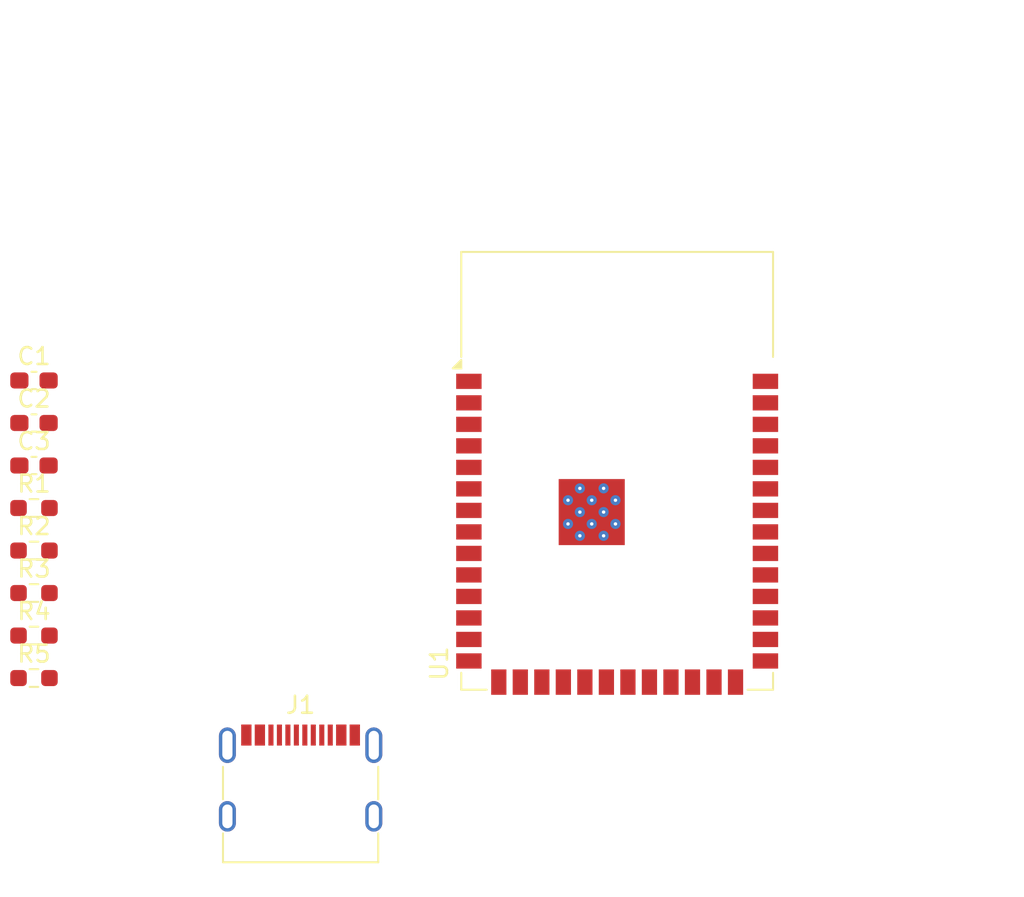
<source format=kicad_pcb>
(kicad_pcb (version 20240108) (generator "pcbnew") (generator_version "8.0")
  (layers (0 "F.Cu" signal) (31 "B.Cu" signal) (34 "B.Paste" user) (35 "F.Paste" user) (36 "B.SilkS" user "B.Silkscreen") (37 "F.SilkS" user "F.Silkscreen") (38 "B.Mask" user) (39 "F.Mask" user) (44 "Edge.Cuts" user))
  (net 0 "")
  (net 1 "Net-(J1-SHIELD)")
  (net 2 "GND")
  (net 3 "+3V3")
  (net 5 "/USB_D+")
  (net 6 "VBUS")
  (net 7 "/USB_D-")
  (net 8 "Net-(J1-CC2)")
  (net 9 "Net-(J1-CC1)")
  (net 11 "/ESP_D-")
  (net 12 "/ESP_D+")
  (footprint "Capacitor_SMD:C_0603_1608Metric_Pad1.08x0.95mm_HandSolder" (layer "F.Cu") (at 74.1875 72.6)
    (property "Reference" "C2" (at 0 -1.43 0) (layer "F.SilkS"))
    (property "Value" "1u")
    (fp_line (start -0.146267 -0.51) (end 0.146267 -0.51) (stroke (width 0.12)) (layer "F.SilkS"))
    (fp_line (start -0.146267 0.51) (end 0.146267 0.51) (stroke (width 0.12)) (layer "F.SilkS"))
    (pad "1" smd roundrect (at -0.8625 0) (size 1.075 0.95) (layers "F.Cu" "F.Paste" "F.Mask") (net 3 "+3V3"))
    (pad "2" smd roundrect (at 0.8625 0) (size 1.075 0.95) (layers "F.Cu" "F.Paste" "F.Mask") (net 2 "GND"))
  )
  (footprint "Capacitor_SMD:C_0603_1608Metric_Pad1.08x0.95mm_HandSolder" (layer "F.Cu") (at 74.1875 75.11)
    (property "Reference" "C3" (at 0 -1.43 0) (layer "F.SilkS"))
    (property "Value" "100n")
    (fp_line (start -0.146267 -0.51) (end 0.146267 -0.51) (stroke (width 0.12)) (layer "F.SilkS"))
    (fp_line (start -0.146267 0.51) (end 0.146267 0.51) (stroke (width 0.12)) (layer "F.SilkS"))
    (pad "1" smd roundrect (at -0.8625 0) (size 1.075 0.95) (layers "F.Cu" "F.Paste" "F.Mask") (net 3 "+3V3"))
    (pad "2" smd roundrect (at 0.8625 0) (size 1.075 0.95) (layers "F.Cu" "F.Paste" "F.Mask") (net 2 "GND"))
  )
  (footprint "Connector_USB:USB_C_Receptacle_G-Switch_GT-USB-7010ASV" (layer "F.Cu") (at 89.92 94.75)
    (property "Reference" "J1" (at 0 -5.5 0) (layer "F.SilkS"))
    (property "Value" "USB_C_Receptacle_USB2.0_16P")
    (fp_line (start -4.58 -1.85) (end -4.58 0.07) (stroke (width 0.12)) (layer "F.SilkS"))
    (fp_line (start -4.58 3.785) (end -4.58 2.08) (stroke (width 0.12)) (layer "F.SilkS"))
    (fp_line (start 4.58 0.07) (end 4.58 -1.85) (stroke (width 0.12)) (layer "F.SilkS"))
    (fp_line (start 4.58 2.08) (end 4.58 3.785) (stroke (width 0.12)) (layer "F.SilkS"))
    (fp_line (start 4.58 3.785) (end -4.58 3.785) (stroke (width 0.12)) (layer "F.SilkS"))
    (pad "" np_thru_hole circle (at -2.89 -2.605) (size 0.65 0.65) (drill 0.65) (layers "*.Cu" "*.Mask"))
    (pad "" np_thru_hole circle (at 2.89 -2.605) (size 0.65 0.65) (drill 0.65) (layers "*.Cu" "*.Mask"))
    (pad "A1" smd rect (at -3.2 -3.725) (size 0.6 1.24) (layers "F.Cu" "F.Paste" "F.Mask") (net 2 "GND"))
    (pad "A4" smd rect (at -2.4 -3.725) (size 0.6 1.24) (layers "F.Cu" "F.Paste" "F.Mask") (net 6 "VBUS"))
    (pad "A5" smd rect (at -1.25 -3.725) (size 0.3 1.24) (layers "F.Cu" "F.Paste" "F.Mask") (net 9 "Net-(J1-CC1)"))
    (pad "A6" smd rect (at -0.25 -3.725) (size 0.3 1.24) (layers "F.Cu" "F.Paste" "F.Mask") (net 5 "/USB_D+"))
    (pad "A7" smd rect (at 0.25 -3.725) (size 0.3 1.24) (layers "F.Cu" "F.Paste" "F.Mask") (net 7 "/USB_D-"))
    (pad "A8" smd rect (at 1.25 -3.725) (size 0.3 1.24) (layers "F.Cu" "F.Paste" "F.Mask"))
    (pad "A9" smd rect (at 2.4 -3.725) (size 0.6 1.24) (layers "F.Cu" "F.Paste" "F.Mask") (net 6 "VBUS"))
    (pad "A12" smd rect (at 3.2 -3.725) (size 0.6 1.24) (layers "F.Cu" "F.Paste" "F.Mask") (net 2 "GND"))
    (pad "B1" smd rect (at 3.2 -3.725) (size 0.6 1.24) (layers "F.Cu" "F.Paste" "F.Mask") (net 2 "GND"))
    (pad "B4" smd rect (at 2.4 -3.725) (size 0.6 1.24) (layers "F.Cu" "F.Paste" "F.Mask") (net 6 "VBUS"))
    (pad "B5" smd rect (at 1.75 -3.725) (size 0.3 1.24) (layers "F.Cu" "F.Paste" "F.Mask") (net 8 "Net-(J1-CC2)"))
    (pad "B6" smd rect (at 0.75 -3.725) (size 0.3 1.24) (layers "F.Cu" "F.Paste" "F.Mask") (net 5 "/USB_D+"))
    (pad "B7" smd rect (at -0.75 -3.725) (size 0.3 1.24) (layers "F.Cu" "F.Paste" "F.Mask") (net 7 "/USB_D-"))
    (pad "B8" smd rect (at -1.75 -3.725) (size 0.3 1.24) (layers "F.Cu" "F.Paste" "F.Mask"))
    (pad "B9" smd rect (at -2.4 -3.725) (size 0.6 1.24) (layers "F.Cu" "F.Paste" "F.Mask") (net 6 "VBUS"))
    (pad "B12" smd rect (at -3.2 -3.725) (size 0.6 1.24) (layers "F.Cu" "F.Paste" "F.Mask") (net 2 "GND"))
    (pad "S1" thru_hole oval (at -4.32 -3.125) (size 1 2.1) (drill oval 0.6 1.7) (layers "*.Cu" "*.Mask") (net 1 "Net-(J1-SHIELD)"))
    (pad "S1" thru_hole oval (at -4.32 1.075) (size 1 1.8) (drill oval 0.6 1.4) (layers "*.Cu" "*.Mask") (net 1 "Net-(J1-SHIELD)"))
    (pad "S1" thru_hole oval (at 4.32 -3.125) (size 1 2.1) (drill oval 0.6 1.7) (layers "*.Cu" "*.Mask") (net 1 "Net-(J1-SHIELD)"))
    (pad "S1" thru_hole oval (at 4.32 1.075) (size 1 1.8) (drill oval 0.6 1.4) (layers "*.Cu" "*.Mask") (net 1 "Net-(J1-SHIELD)"))
  )
  (footprint "Resistor_SMD:R_0603_1608Metric_Pad0.98x0.95mm_HandSolder" (layer "F.Cu") (at 74.1875 87.66)
    (property "Reference" "R5" (at 0 -1.43 0) (layer "F.SilkS"))
    (property "Value" "10R")
    (fp_line (start -0.254724 -0.5225) (end 0.254724 -0.5225) (stroke (width 0.12)) (layer "F.SilkS"))
    (fp_line (start -0.254724 0.5225) (end 0.254724 0.5225) (stroke (width 0.12)) (layer "F.SilkS"))
    (pad "1" smd roundrect (at -0.9125 0) (size 0.975 0.95) (layers "F.Cu" "F.Paste" "F.Mask") (net 12 "/ESP_D+"))
    (pad "2" smd roundrect (at 0.9125 0) (size 0.975 0.95) (layers "F.Cu" "F.Paste" "F.Mask") (net 5 "/USB_D+"))
  )
  (footprint "Resistor_SMD:R_0603_1608Metric_Pad0.98x0.95mm_HandSolder" (layer "F.Cu") (at 74.1875 85.15)
    (property "Reference" "R4" (at 0 -1.43 0) (layer "F.SilkS"))
    (property "Value" "10R")
    (fp_line (start -0.254724 -0.5225) (end 0.254724 -0.5225) (stroke (width 0.12)) (layer "F.SilkS"))
    (fp_line (start -0.254724 0.5225) (end 0.254724 0.5225) (stroke (width 0.12)) (layer "F.SilkS"))
    (pad "1" smd roundrect (at -0.9125 0) (size 0.975 0.95) (layers "F.Cu" "F.Paste" "F.Mask") (net 11 "/ESP_D-"))
    (pad "2" smd roundrect (at 0.9125 0) (size 0.975 0.95) (layers "F.Cu" "F.Paste" "F.Mask") (net 7 "/USB_D-"))
  )
  (footprint "RF_Module:ESP32-S3-WROOM-1" (layer "F.Cu") (at 108.6 75.4)
    (property "Reference" "U1" (at -10.5 11.4 90) (layer "F.SilkS"))
    (property "Value" "ESP32-S3-WROOM-1")
    (fp_line (start -9.2 -12.9) (end -9.2 -6.7) (stroke (width 0.12)) (layer "F.SilkS"))
    (fp_line (start -9.2 -12.9) (end 9.2 -12.9) (stroke (width 0.12)) (layer "F.SilkS"))
    (fp_line (start -9.2 11.95) (end -9.2 12.95) (stroke (width 0.12)) (layer "F.SilkS"))
    (fp_line (start -9.2 12.95) (end -7.7 12.95) (stroke (width 0.12)) (layer "F.SilkS"))
    (fp_line (start 9.2 -12.9) (end 9.2 -6.7) (stroke (width 0.12)) (layer "F.SilkS"))
    (fp_line (start 9.2 12.95) (end 7.7 12.95) (stroke (width 0.12)) (layer "F.SilkS"))
    (fp_line (start 9.2 12.95) (end 9.2 11.95) (stroke (width 0.12)) (layer "F.SilkS"))
    (fp_poly (pts (xy -9.2 -6.025) (xy -9.7 -6.025) (xy -9.2 -6.525) (xy -9.2 -6.025)) (stroke (width 0.12)) (fill solid) (layer "F.SilkS"))
    (pad "1" smd rect (at -8.75 -5.26) (size 1.5 0.9) (layers "F.Cu" "F.Paste" "F.Mask") (net 2 "GND"))
    (pad "2" smd rect (at -8.75 -3.99) (size 1.5 0.9) (layers "F.Cu" "F.Paste" "F.Mask") (net 3 "+3V3"))
    (pad "3" smd rect (at -8.75 -2.72) (size 1.5 0.9) (layers "F.Cu" "F.Paste" "F.Mask"))
    (pad "4" smd rect (at -8.75 -1.45) (size 1.5 0.9) (layers "F.Cu" "F.Paste" "F.Mask"))
    (pad "5" smd rect (at -8.75 -0.18) (size 1.5 0.9) (layers "F.Cu" "F.Paste" "F.Mask"))
    (pad "6" smd rect (at -8.75 1.09) (size 1.5 0.9) (layers "F.Cu" "F.Paste" "F.Mask"))
    (pad "7" smd rect (at -8.75 2.36) (size 1.5 0.9) (layers "F.Cu" "F.Paste" "F.Mask"))
    (pad "8" smd rect (at -8.75 3.63) (size 1.5 0.9) (layers "F.Cu" "F.Paste" "F.Mask"))
    (pad "9" smd rect (at -8.75 4.9) (size 1.5 0.9) (layers "F.Cu" "F.Paste" "F.Mask"))
    (pad "10" smd rect (at -8.75 6.17) (size 1.5 0.9) (layers "F.Cu" "F.Paste" "F.Mask"))
    (pad "11" smd rect (at -8.75 7.44) (size 1.5 0.9) (layers "F.Cu" "F.Paste" "F.Mask"))
    (pad "12" smd rect (at -8.75 8.71) (size 1.5 0.9) (layers "F.Cu" "F.Paste" "F.Mask"))
    (pad "13" smd rect (at -8.75 9.98) (size 1.5 0.9) (layers "F.Cu" "F.Paste" "F.Mask") (net 11 "/ESP_D-"))
    (pad "14" smd rect (at -8.75 11.25 180) (size 1.5 0.9) (layers "F.Cu" "F.Paste" "F.Mask") (net 12 "/ESP_D+"))
    (pad "15" smd rect (at -6.985 12.5 270) (size 1.5 0.9) (layers "F.Cu" "F.Paste" "F.Mask"))
    (pad "16" smd rect (at -5.715 12.5 270) (size 1.5 0.9) (layers "F.Cu" "F.Paste" "F.Mask"))
    (pad "17" smd rect (at -4.445 12.5 270) (size 1.5 0.9) (layers "F.Cu" "F.Paste" "F.Mask"))
    (pad "18" smd rect (at -3.175 12.5 270) (size 1.5 0.9) (layers "F.Cu" "F.Paste" "F.Mask"))
    (pad "19" smd rect (at -1.905 12.5 270) (size 1.5 0.9) (layers "F.Cu" "F.Paste" "F.Mask"))
    (pad "20" smd rect (at -0.635 12.5 270) (size 1.5 0.9) (layers "F.Cu" "F.Paste" "F.Mask"))
    (pad "21" smd rect (at 0.635 12.5 270) (size 1.5 0.9) (layers "F.Cu" "F.Paste" "F.Mask"))
    (pad "22" smd rect (at 1.905 12.5 270) (size 1.5 0.9) (layers "F.Cu" "F.Paste" "F.Mask"))
    (pad "23" smd rect (at 3.175 12.5 270) (size 1.5 0.9) (layers "F.Cu" "F.Paste" "F.Mask"))
    (pad "24" smd rect (at 4.445 12.5 270) (size 1.5 0.9) (layers "F.Cu" "F.Paste" "F.Mask"))
    (pad "25" smd rect (at 5.715 12.5 270) (size 1.5 0.9) (layers "F.Cu" "F.Paste" "F.Mask"))
    (pad "26" smd rect (at 6.985 12.5 270) (size 1.5 0.9) (layers "F.Cu" "F.Paste" "F.Mask"))
    (pad "27" smd rect (at 8.75 11.25) (size 1.5 0.9) (layers "F.Cu" "F.Paste" "F.Mask"))
    (pad "28" smd rect (at 8.75 9.98) (size 1.5 0.9) (layers "F.Cu" "F.Paste" "F.Mask"))
    (pad "29" smd rect (at 8.75 8.71) (size 1.5 0.9) (layers "F.Cu" "F.Paste" "F.Mask"))
    (pad "30" smd rect (at 8.75 7.44) (size 1.5 0.9) (layers "F.Cu" "F.Paste" "F.Mask"))
    (pad "31" smd rect (at 8.75 6.17) (size 1.5 0.9) (layers "F.Cu" "F.Paste" "F.Mask"))
    (pad "32" smd rect (at 8.75 4.9) (size 1.5 0.9) (layers "F.Cu" "F.Paste" "F.Mask"))
    (pad "33" smd rect (at 8.75 3.63) (size 1.5 0.9) (layers "F.Cu" "F.Paste" "F.Mask"))
    (pad "34" smd rect (at 8.75 2.36) (size 1.5 0.9) (layers "F.Cu" "F.Paste" "F.Mask"))
    (pad "35" smd rect (at 8.75 1.09) (size 1.5 0.9) (layers "F.Cu" "F.Paste" "F.Mask"))
    (pad "36" smd rect (at 8.75 -0.18) (size 1.5 0.9) (layers "F.Cu" "F.Paste" "F.Mask"))
    (pad "37" smd rect (at 8.75 -1.45) (size 1.5 0.9) (layers "F.Cu" "F.Paste" "F.Mask"))
    (pad "38" smd rect (at 8.75 -2.72) (size 1.5 0.9) (layers "F.Cu" "F.Paste" "F.Mask"))
    (pad "39" smd rect (at 8.75 -3.99) (size 1.5 0.9) (layers "F.Cu" "F.Paste" "F.Mask"))
    (pad "40" smd rect (at 8.75 -5.26) (size 1.5 0.9) (layers "F.Cu" "F.Paste" "F.Mask") (net 2 "GND"))
    (pad "41" thru_hole circle (at -2.9 1.76 90) (size 0.6 0.6) (drill 0.2) (property pad_prop_heatsink) (layers "*.Cu" "F.Mask") (net 2 "GND"))
    (pad "41" thru_hole circle (at -2.9 3.16) (size 0.6 0.6) (drill 0.2) (property pad_prop_heatsink) (layers "*.Cu" "F.Mask") (net 2 "GND"))
    (pad "41" thru_hole circle (at -2.2 1.06) (size 0.6 0.6) (drill 0.2) (property pad_prop_heatsink) (layers "*.Cu" "F.Mask") (net 2 "GND"))
    (pad "41" thru_hole circle (at -2.2 2.46) (size 0.6 0.6) (drill 0.2) (property pad_prop_heatsink) (layers "*.Cu" "F.Mask") (net 2 "GND"))
    (pad "41" thru_hole circle (at -2.2 3.86) (size 0.6 0.6) (drill 0.2) (property pad_prop_heatsink) (layers "*.Cu" "F.Mask") (net 2 "GND"))
    (pad "41" thru_hole circle (at -1.5 1.76) (size 0.6 0.6) (drill 0.2) (property pad_prop_heatsink) (layers "*.Cu" "F.Mask") (net 2 "GND"))
    (pad "41" smd rect (at -1.5 2.46 270) (size 3.9 3.9) (layers "F.Cu" "F.Mask") (net 2 "GND"))
    (pad "41" thru_hole circle (at -1.5 3.16) (size 0.6 0.6) (drill 0.2) (property pad_prop_heatsink) (layers "*.Cu" "F.Mask") (net 2 "GND"))
    (pad "41" thru_hole circle (at -0.8 1.06) (size 0.6 0.6) (drill 0.2) (property pad_prop_heatsink) (layers "*.Cu" "F.Mask") (net 2 "GND"))
    (pad "41" thru_hole circle (at -0.8 2.46) (size 0.6 0.6) (drill 0.2) (property pad_prop_heatsink) (layers "*.Cu" "F.Mask") (net 2 "GND"))
    (pad "41" thru_hole circle (at -0.8 3.86) (size 0.6 0.6) (drill 0.2) (property pad_prop_heatsink) (layers "*.Cu" "F.Mask") (net 2 "GND"))
    (pad "41" thru_hole circle (at -0.1 1.76) (size 0.6 0.6) (drill 0.2) (property pad_prop_heatsink) (layers "*.Cu" "F.Mask") (net 2 "GND"))
    (pad "41" thru_hole circle (at -0.1 3.16) (size 0.6 0.6) (drill 0.2) (property pad_prop_heatsink) (layers "*.Cu" "F.Mask") (net 2 "GND"))
  )
  (footprint "Resistor_SMD:R_0603_1608Metric_Pad0.98x0.95mm_HandSolder" (layer "F.Cu") (at 74.1875 77.62)
    (property "Reference" "R1" (at 0 -1.43 0) (layer "F.SilkS"))
    (property "Value" "5k1")
    (fp_line (start -0.254724 -0.5225) (end 0.254724 -0.5225) (stroke (width 0.12)) (layer "F.SilkS"))
    (fp_line (start -0.254724 0.5225) (end 0.254724 0.5225) (stroke (width 0.12)) (layer "F.SilkS"))
    (pad "1" smd roundrect (at -0.9125 0) (size 0.975 0.95) (layers "F.Cu" "F.Paste" "F.Mask") (net 2 "GND"))
    (pad "2" smd roundrect (at 0.9125 0) (size 0.975 0.95) (layers "F.Cu" "F.Paste" "F.Mask") (net 9 "Net-(J1-CC1)"))
  )
  (footprint "Resistor_SMD:R_0603_1608Metric_Pad0.98x0.95mm_HandSolder" (layer "F.Cu") (at 74.1875 82.64)
    (property "Reference" "R3" (at 0 -1.43 0) (layer "F.SilkS"))
    (property "Value" "1k5")
    (fp_line (start -0.254724 -0.5225) (end 0.254724 -0.5225) (stroke (width 0.12)) (layer "F.SilkS"))
    (fp_line (start -0.254724 0.5225) (end 0.254724 0.5225) (stroke (width 0.12)) (layer "F.SilkS"))
    (pad "1" smd roundrect (at -0.9125 0) (size 0.975 0.95) (layers "F.Cu" "F.Paste" "F.Mask") (net 5 "/USB_D+"))
    (pad "2" smd roundrect (at 0.9125 0) (size 0.975 0.95) (layers "F.Cu" "F.Paste" "F.Mask") (net 3 "+3V3"))
  )
  (footprint "Resistor_SMD:R_0603_1608Metric_Pad0.98x0.95mm_HandSolder" (layer "F.Cu") (at 74.1875 80.13)
    (property "Reference" "R2" (at 0 -1.43 0) (layer "F.SilkS"))
    (property "Value" "5k1")
    (fp_line (start -0.254724 -0.5225) (end 0.254724 -0.5225) (stroke (width 0.12)) (layer "F.SilkS"))
    (fp_line (start -0.254724 0.5225) (end 0.254724 0.5225) (stroke (width 0.12)) (layer "F.SilkS"))
    (pad "1" smd roundrect (at -0.9125 0) (size 0.975 0.95) (layers "F.Cu" "F.Paste" "F.Mask") (net 2 "GND"))
    (pad "2" smd roundrect (at 0.9125 0) (size 0.975 0.95) (layers "F.Cu" "F.Paste" "F.Mask") (net 8 "Net-(J1-CC2)"))
  )
  (footprint "Capacitor_SMD:C_0603_1608Metric_Pad1.08x0.95mm_HandSolder" (layer "F.Cu") (at 74.1875 70.09)
    (property "Reference" "C1" (at 0 -1.43 0) (layer "F.SilkS"))
    (property "Value" "C")
    (fp_line (start -0.146267 -0.51) (end 0.146267 -0.51) (stroke (width 0.12)) (layer "F.SilkS"))
    (fp_line (start -0.146267 0.51) (end 0.146267 0.51) (stroke (width 0.12)) (layer "F.SilkS"))
    (pad "1" smd roundrect (at -0.8625 0) (size 1.075 0.95) (layers "F.Cu" "F.Paste" "F.Mask") (net 1 "Net-(J1-SHIELD)"))
    (pad "2" smd roundrect (at 0.8625 0) (size 1.075 0.95) (layers "F.Cu" "F.Paste" "F.Mask") (net 2 "GND"))
  )
)
</source>
